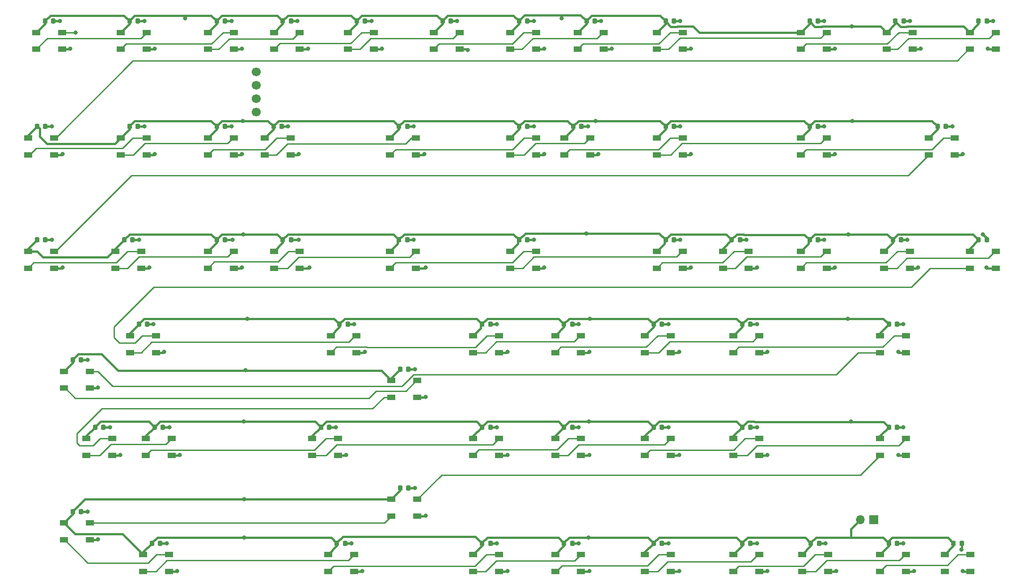
<source format=gtl>
G04 #@! TF.GenerationSoftware,KiCad,Pcbnew,(6.0.6)*
G04 #@! TF.CreationDate,2023-02-02T00:20:53-07:00*
G04 #@! TF.ProjectId,Netflix and Chill LEDs,4e657466-6c69-4782-9061-6e6420436869,1*
G04 #@! TF.SameCoordinates,Original*
G04 #@! TF.FileFunction,Copper,L1,Top*
G04 #@! TF.FilePolarity,Positive*
%FSLAX46Y46*%
G04 Gerber Fmt 4.6, Leading zero omitted, Abs format (unit mm)*
G04 Created by KiCad (PCBNEW (6.0.6)) date 2023-02-02 00:20:53*
%MOMM*%
%LPD*%
G01*
G04 APERTURE LIST*
G04 Aperture macros list*
%AMRoundRect*
0 Rectangle with rounded corners*
0 $1 Rounding radius*
0 $2 $3 $4 $5 $6 $7 $8 $9 X,Y pos of 4 corners*
0 Add a 4 corners polygon primitive as box body*
4,1,4,$2,$3,$4,$5,$6,$7,$8,$9,$2,$3,0*
0 Add four circle primitives for the rounded corners*
1,1,$1+$1,$2,$3*
1,1,$1+$1,$4,$5*
1,1,$1+$1,$6,$7*
1,1,$1+$1,$8,$9*
0 Add four rect primitives between the rounded corners*
20,1,$1+$1,$2,$3,$4,$5,0*
20,1,$1+$1,$4,$5,$6,$7,0*
20,1,$1+$1,$6,$7,$8,$9,0*
20,1,$1+$1,$8,$9,$2,$3,0*%
G04 Aperture macros list end*
G04 #@! TA.AperFunction,SMDPad,CuDef*
%ADD10R,1.500000X1.000000*%
G04 #@! TD*
G04 #@! TA.AperFunction,SMDPad,CuDef*
%ADD11RoundRect,0.225000X0.225000X0.250000X-0.225000X0.250000X-0.225000X-0.250000X0.225000X-0.250000X0*%
G04 #@! TD*
G04 #@! TA.AperFunction,ComponentPad*
%ADD12C,1.700000*%
G04 #@! TD*
G04 #@! TA.AperFunction,ComponentPad*
%ADD13R,1.700000X1.700000*%
G04 #@! TD*
G04 #@! TA.AperFunction,ComponentPad*
%ADD14O,1.700000X1.700000*%
G04 #@! TD*
G04 #@! TA.AperFunction,ViaPad*
%ADD15C,0.800000*%
G04 #@! TD*
G04 #@! TA.AperFunction,Conductor*
%ADD16C,0.250000*%
G04 #@! TD*
G04 #@! TA.AperFunction,Conductor*
%ADD17C,0.400000*%
G04 #@! TD*
G04 APERTURE END LIST*
D10*
X80300000Y-117900000D03*
X80300000Y-121100000D03*
X85200000Y-121100000D03*
X85200000Y-117900000D03*
D11*
X130025000Y-127250000D03*
X128475000Y-127250000D03*
X83525000Y-115750000D03*
X81975000Y-115750000D03*
X231775000Y-58750000D03*
X230225000Y-58750000D03*
D10*
X149300000Y-82400000D03*
X149300000Y-85600000D03*
X154200000Y-85600000D03*
X154200000Y-82400000D03*
X104550000Y-82400000D03*
X104550000Y-85600000D03*
X109450000Y-85600000D03*
X109450000Y-82400000D03*
X64800000Y-133900000D03*
X64800000Y-137100000D03*
X69700000Y-137100000D03*
X69700000Y-133900000D03*
D11*
X106025000Y-58750000D03*
X104475000Y-58750000D03*
D10*
X177050000Y-40900000D03*
X177050000Y-44100000D03*
X181950000Y-44100000D03*
X181950000Y-40900000D03*
D11*
X95275000Y-58750000D03*
X93725000Y-58750000D03*
X83025000Y-137750000D03*
X81475000Y-137750000D03*
D10*
X126800000Y-106900000D03*
X126800000Y-110100000D03*
X131700000Y-110100000D03*
X131700000Y-106900000D03*
X75550000Y-60900000D03*
X75550000Y-64100000D03*
X80450000Y-64100000D03*
X80450000Y-60900000D03*
D11*
X178025000Y-96250000D03*
X176475000Y-96250000D03*
D10*
X149300000Y-40900000D03*
X149300000Y-44100000D03*
X154200000Y-44100000D03*
X154200000Y-40900000D03*
D11*
X178025000Y-115750000D03*
X176475000Y-115750000D03*
D10*
X58050000Y-60900000D03*
X58050000Y-64100000D03*
X62950000Y-64100000D03*
X62950000Y-60900000D03*
X142300000Y-139900000D03*
X142300000Y-143100000D03*
X147200000Y-143100000D03*
X147200000Y-139900000D03*
X102800000Y-60900000D03*
X102800000Y-64100000D03*
X107700000Y-64100000D03*
X107700000Y-60900000D03*
X204300000Y-82400000D03*
X204300000Y-85600000D03*
X209200000Y-85600000D03*
X209200000Y-82400000D03*
D11*
X95275000Y-38750000D03*
X93725000Y-38750000D03*
D10*
X58050000Y-82400000D03*
X58050000Y-85600000D03*
X62950000Y-85600000D03*
X62950000Y-82400000D03*
D11*
X129775000Y-80250000D03*
X128225000Y-80250000D03*
X107775000Y-38750000D03*
X106225000Y-38750000D03*
X152525000Y-58750000D03*
X150975000Y-58750000D03*
X161025000Y-137750000D03*
X159475000Y-137750000D03*
X223775000Y-38750000D03*
X222225000Y-38750000D03*
X223275000Y-80250000D03*
X221725000Y-80250000D03*
D10*
X75550000Y-40900000D03*
X75550000Y-44100000D03*
X80450000Y-44100000D03*
X80450000Y-40900000D03*
X126800000Y-129400000D03*
X126800000Y-132600000D03*
X131700000Y-132600000D03*
X131700000Y-129400000D03*
D11*
X130025000Y-104750000D03*
X128475000Y-104750000D03*
X138025000Y-38750000D03*
X136475000Y-38750000D03*
D10*
X149300000Y-60900000D03*
X149300000Y-64100000D03*
X154200000Y-64100000D03*
X154200000Y-60900000D03*
X111800000Y-117900000D03*
X111800000Y-121100000D03*
X116700000Y-121100000D03*
X116700000Y-117900000D03*
X231550000Y-139900000D03*
X231550000Y-143100000D03*
X236450000Y-143100000D03*
X236450000Y-139900000D03*
X74550000Y-82400000D03*
X74550000Y-85600000D03*
X79450000Y-85600000D03*
X79450000Y-82400000D03*
X219300000Y-117900000D03*
X219300000Y-121100000D03*
X224200000Y-121100000D03*
X224200000Y-117900000D03*
D11*
X180275000Y-58750000D03*
X178725000Y-58750000D03*
D10*
X115300000Y-98400000D03*
X115300000Y-101600000D03*
X120200000Y-101600000D03*
X120200000Y-98400000D03*
X134800000Y-40900000D03*
X134800000Y-44100000D03*
X139700000Y-44100000D03*
X139700000Y-40900000D03*
D11*
X68025000Y-131750000D03*
X66475000Y-131750000D03*
X145525000Y-137750000D03*
X143975000Y-137750000D03*
D10*
X174800000Y-117900000D03*
X174800000Y-121100000D03*
X179700000Y-121100000D03*
X179700000Y-117900000D03*
D11*
X161025000Y-96250000D03*
X159475000Y-96250000D03*
X77775000Y-80250000D03*
X76225000Y-80250000D03*
X207525000Y-58750000D03*
X205975000Y-58750000D03*
D10*
X189550000Y-82400000D03*
X189550000Y-85600000D03*
X194450000Y-85600000D03*
X194450000Y-82400000D03*
D11*
X72275000Y-115750000D03*
X70725000Y-115750000D03*
X207775000Y-137750000D03*
X206225000Y-137750000D03*
D10*
X157800000Y-139900000D03*
X157800000Y-143100000D03*
X162700000Y-143100000D03*
X162700000Y-139900000D03*
D11*
X145525000Y-96250000D03*
X143975000Y-96250000D03*
D10*
X236300000Y-40900000D03*
X236300000Y-44100000D03*
X241200000Y-44100000D03*
X241200000Y-40900000D03*
X114800000Y-139900000D03*
X114800000Y-143100000D03*
X119700000Y-143100000D03*
X119700000Y-139900000D03*
X59550000Y-40900000D03*
X59550000Y-44100000D03*
X64450000Y-44100000D03*
X64450000Y-40900000D03*
D11*
X62775000Y-38750000D03*
X61225000Y-38750000D03*
X118525000Y-96250000D03*
X116975000Y-96250000D03*
X107775000Y-80250000D03*
X106225000Y-80250000D03*
D10*
X142300000Y-117900000D03*
X142300000Y-121100000D03*
X147200000Y-121100000D03*
X147200000Y-117900000D03*
X219300000Y-98400000D03*
X219300000Y-101600000D03*
X224200000Y-101600000D03*
X224200000Y-98400000D03*
X191550000Y-98400000D03*
X191550000Y-101600000D03*
X196450000Y-101600000D03*
X196450000Y-98400000D03*
D11*
X222525000Y-96250000D03*
X220975000Y-96250000D03*
D10*
X69050000Y-117900000D03*
X69050000Y-121100000D03*
X73950000Y-121100000D03*
X73950000Y-117900000D03*
D11*
X68025000Y-103000000D03*
X66475000Y-103000000D03*
D10*
X126550000Y-60900000D03*
X126550000Y-64100000D03*
X131450000Y-64100000D03*
X131450000Y-60900000D03*
X157800000Y-117900000D03*
X157800000Y-121100000D03*
X162700000Y-121100000D03*
X162700000Y-117900000D03*
D11*
X161025000Y-115750000D03*
X159475000Y-115750000D03*
D10*
X92050000Y-40900000D03*
X92050000Y-44100000D03*
X96950000Y-44100000D03*
X96950000Y-40900000D03*
D11*
X207525000Y-80250000D03*
X205975000Y-80250000D03*
X129775000Y-58750000D03*
X128225000Y-58750000D03*
D10*
X77300000Y-98400000D03*
X77300000Y-101600000D03*
X82200000Y-101600000D03*
X82200000Y-98400000D03*
X204300000Y-60900000D03*
X204300000Y-64100000D03*
X209200000Y-64100000D03*
X209200000Y-60900000D03*
D11*
X115025000Y-115750000D03*
X113475000Y-115750000D03*
X152525000Y-80250000D03*
X150975000Y-80250000D03*
D10*
X177050000Y-60900000D03*
X177050000Y-64100000D03*
X181950000Y-64100000D03*
X181950000Y-60900000D03*
D11*
X178025000Y-137750000D03*
X176475000Y-137750000D03*
X78775000Y-38750000D03*
X77225000Y-38750000D03*
D10*
X104550000Y-40900000D03*
X104550000Y-44100000D03*
X109450000Y-44100000D03*
X109450000Y-40900000D03*
D11*
X234775000Y-137750000D03*
X233225000Y-137750000D03*
D10*
X118550000Y-40900000D03*
X118550000Y-44100000D03*
X123450000Y-44100000D03*
X123450000Y-40900000D03*
D11*
X194775000Y-96250000D03*
X193225000Y-96250000D03*
D10*
X92050000Y-60900000D03*
X92050000Y-64100000D03*
X96950000Y-64100000D03*
X96950000Y-60900000D03*
D11*
X207525000Y-38750000D03*
X205975000Y-38750000D03*
X222525000Y-115750000D03*
X220975000Y-115750000D03*
X152525000Y-38750000D03*
X150975000Y-38750000D03*
D10*
X228550000Y-60900000D03*
X228550000Y-64100000D03*
X233450000Y-64100000D03*
X233450000Y-60900000D03*
D11*
X95275000Y-80250000D03*
X93725000Y-80250000D03*
X121775000Y-38750000D03*
X120225000Y-38750000D03*
X118025000Y-137750000D03*
X116475000Y-137750000D03*
X165275000Y-38750000D03*
X163725000Y-38750000D03*
D10*
X126550000Y-82400000D03*
X126550000Y-85600000D03*
X131450000Y-85600000D03*
X131450000Y-82400000D03*
X191550000Y-117900000D03*
X191550000Y-121100000D03*
X196450000Y-121100000D03*
X196450000Y-117900000D03*
D11*
X78775000Y-58750000D03*
X77225000Y-58750000D03*
D10*
X162050000Y-40900000D03*
X162050000Y-44100000D03*
X166950000Y-44100000D03*
X166950000Y-40900000D03*
D11*
X194775000Y-115750000D03*
X193225000Y-115750000D03*
X194775000Y-137750000D03*
X193225000Y-137750000D03*
D10*
X204550000Y-139900000D03*
X204550000Y-143100000D03*
X209450000Y-143100000D03*
X209450000Y-139900000D03*
D11*
X162775000Y-58750000D03*
X161225000Y-58750000D03*
X61275000Y-58750000D03*
X59725000Y-58750000D03*
D10*
X157800000Y-98400000D03*
X157800000Y-101600000D03*
X162700000Y-101600000D03*
X162700000Y-98400000D03*
X219300000Y-139900000D03*
X219300000Y-143100000D03*
X224200000Y-143100000D03*
X224200000Y-139900000D03*
X177050000Y-82400000D03*
X177050000Y-85600000D03*
X181950000Y-85600000D03*
X181950000Y-82400000D03*
X191550000Y-139900000D03*
X191550000Y-143100000D03*
X196450000Y-143100000D03*
X196450000Y-139900000D03*
D11*
X180275000Y-80250000D03*
X178725000Y-80250000D03*
D10*
X220050000Y-82400000D03*
X220050000Y-85600000D03*
X224950000Y-85600000D03*
X224950000Y-82400000D03*
D11*
X61275000Y-80250000D03*
X59725000Y-80250000D03*
D10*
X159550000Y-60900000D03*
X159550000Y-64100000D03*
X164450000Y-64100000D03*
X164450000Y-60900000D03*
X236300000Y-82400000D03*
X236300000Y-85600000D03*
X241200000Y-85600000D03*
X241200000Y-82400000D03*
X142300000Y-98400000D03*
X142300000Y-101600000D03*
X147200000Y-101600000D03*
X147200000Y-98400000D03*
D11*
X80525000Y-96250000D03*
X78975000Y-96250000D03*
X239525000Y-80250000D03*
X237975000Y-80250000D03*
D10*
X64800000Y-105150000D03*
X64800000Y-108350000D03*
X69700000Y-108350000D03*
X69700000Y-105150000D03*
D11*
X222525000Y-137750000D03*
X220975000Y-137750000D03*
D10*
X204300000Y-40900000D03*
X204300000Y-44100000D03*
X209200000Y-44100000D03*
X209200000Y-40900000D03*
X174800000Y-139900000D03*
X174800000Y-143100000D03*
X179700000Y-143100000D03*
X179700000Y-139900000D03*
D11*
X145525000Y-115750000D03*
X143975000Y-115750000D03*
D10*
X79800000Y-139900000D03*
X79800000Y-143100000D03*
X84700000Y-143100000D03*
X84700000Y-139900000D03*
D11*
X192775000Y-80250000D03*
X191225000Y-80250000D03*
X239525000Y-38750000D03*
X237975000Y-38750000D03*
D10*
X220550000Y-40900000D03*
X220550000Y-44100000D03*
X225450000Y-44100000D03*
X225450000Y-40900000D03*
X174800000Y-98400000D03*
X174800000Y-101600000D03*
X179700000Y-101600000D03*
X179700000Y-98400000D03*
D11*
X180275000Y-38750000D03*
X178725000Y-38750000D03*
D10*
X92050000Y-82400000D03*
X92050000Y-85600000D03*
X96950000Y-85600000D03*
X96950000Y-82400000D03*
D12*
X101200000Y-48400000D03*
X101200000Y-50940000D03*
X101200000Y-53480000D03*
X101200000Y-56020000D03*
D13*
X218100000Y-133300000D03*
D14*
X215560000Y-133300000D03*
D15*
X67000000Y-40900000D03*
X181500000Y-58750000D03*
X225750000Y-143000000D03*
X96750000Y-80250000D03*
X211000000Y-143000000D03*
X84750000Y-115750000D03*
X119750000Y-96250000D03*
X155750000Y-64000000D03*
X164250000Y-101500000D03*
X107250000Y-58750000D03*
X238805853Y-79173837D03*
X96500000Y-38750000D03*
X109250000Y-64000000D03*
X208750000Y-38750000D03*
X109000000Y-38750000D03*
X83750000Y-101500000D03*
X210750000Y-44000000D03*
X209000000Y-137750000D03*
X141250000Y-44250000D03*
X226500000Y-85500000D03*
X225000000Y-38750000D03*
X227000000Y-44000000D03*
X69250000Y-131750000D03*
X80000000Y-38750000D03*
X81750000Y-96250000D03*
X81000000Y-85500000D03*
X86250000Y-143000000D03*
X234750000Y-139000000D03*
X196000000Y-96250000D03*
X139250000Y-38750000D03*
X181250000Y-101500000D03*
X181250000Y-121000000D03*
X224500000Y-80250000D03*
X223750000Y-96250000D03*
X146750000Y-96250000D03*
X210750000Y-85500000D03*
X239750000Y-44000000D03*
X111000000Y-44000000D03*
X183500000Y-44000000D03*
X121750000Y-101500000D03*
X146750000Y-137750000D03*
X223750000Y-115750000D03*
X131250000Y-104750000D03*
X233000000Y-58750000D03*
X198000000Y-121000000D03*
X98500000Y-85500000D03*
X96500000Y-58750000D03*
X162250000Y-137750000D03*
X133000000Y-64000000D03*
X62500000Y-80250000D03*
X133250000Y-132500000D03*
X208750000Y-58750000D03*
X179250000Y-115750000D03*
X198000000Y-101500000D03*
X116250000Y-115750000D03*
X210750000Y-64000000D03*
X82000000Y-44000000D03*
X133250000Y-110000000D03*
X71250000Y-137000000D03*
X73500000Y-115750000D03*
X123000000Y-38750000D03*
X131000000Y-58750000D03*
X162250000Y-115750000D03*
X131000000Y-80250000D03*
X181500000Y-38750000D03*
X179250000Y-137750000D03*
X69250000Y-103000000D03*
X164000000Y-58750000D03*
X98500000Y-64000000D03*
X84250000Y-137750000D03*
X194000000Y-80250000D03*
X223750000Y-137750000D03*
X121250000Y-143000000D03*
X164250000Y-121000000D03*
X109250000Y-80250000D03*
X64000000Y-38750000D03*
X179250000Y-96250000D03*
X164250000Y-143000000D03*
X80000000Y-58750000D03*
X181500000Y-80250000D03*
X168500000Y-44000000D03*
X133250000Y-85500000D03*
X71250000Y-108250000D03*
X222750000Y-101500000D03*
X208750000Y-80250000D03*
X98500000Y-44000000D03*
X64500000Y-64000000D03*
X75500000Y-121000000D03*
X235000000Y-143000000D03*
X79000000Y-80250000D03*
X62500000Y-58750000D03*
X235000000Y-64000000D03*
X131250000Y-127250000D03*
X181250000Y-143000000D03*
X148750000Y-143000000D03*
X222750000Y-121000000D03*
X148750000Y-101500000D03*
X153750000Y-58750000D03*
X146750000Y-115750000D03*
X196000000Y-115750000D03*
X111250000Y-85500000D03*
X162250000Y-96250000D03*
X166000000Y-64000000D03*
X183500000Y-85500000D03*
X118250000Y-121000000D03*
X166500000Y-38750000D03*
X148750000Y-121000000D03*
X125000000Y-44000000D03*
X119250000Y-137750000D03*
X66000000Y-44000000D03*
X198000000Y-143000000D03*
X196000000Y-85500000D03*
X239500000Y-85500000D03*
X155750000Y-85500000D03*
X64500000Y-85500000D03*
X153750000Y-38750000D03*
X155750000Y-44000000D03*
X240750000Y-38750000D03*
X153750000Y-80250000D03*
X86750000Y-121000000D03*
X82000000Y-64000000D03*
X183500000Y-64000000D03*
X196000000Y-137750000D03*
X98925000Y-136675000D03*
X164175000Y-114675000D03*
X213325000Y-79175000D03*
X87700000Y-38200000D03*
X159000000Y-38200000D03*
X164075000Y-136675000D03*
X213950000Y-39750000D03*
X213200000Y-95200000D03*
X98775000Y-79175000D03*
X99525000Y-95175000D03*
X98900000Y-129400000D03*
X163700000Y-79000000D03*
X98825000Y-114675000D03*
X214075000Y-57675000D03*
X99200000Y-104900000D03*
X98625000Y-57675000D03*
X164325000Y-95175000D03*
X165475000Y-57675000D03*
X213800000Y-114700000D03*
D16*
X64450000Y-40900000D02*
X67000000Y-40900000D01*
D17*
X121775000Y-38750000D02*
X123000000Y-38750000D01*
X180275000Y-80250000D02*
X181500000Y-80250000D01*
X81900000Y-44100000D02*
X82000000Y-44000000D01*
X130025000Y-104750000D02*
X131250000Y-104750000D01*
X222850000Y-101600000D02*
X222750000Y-101500000D01*
X178025000Y-115750000D02*
X179250000Y-115750000D01*
X98400000Y-44100000D02*
X98500000Y-44000000D01*
X124900000Y-44100000D02*
X125000000Y-44000000D01*
X194450000Y-85600000D02*
X195900000Y-85600000D01*
X79450000Y-85600000D02*
X80900000Y-85600000D01*
X96950000Y-44100000D02*
X98400000Y-44100000D01*
X226900000Y-44100000D02*
X225450000Y-44100000D01*
X98500000Y-64000000D02*
X98400000Y-64100000D01*
X210650000Y-64100000D02*
X210750000Y-64000000D01*
X209200000Y-64100000D02*
X210650000Y-64100000D01*
X119700000Y-143100000D02*
X121150000Y-143100000D01*
X129775000Y-58750000D02*
X131000000Y-58750000D01*
X181950000Y-44100000D02*
X183400000Y-44100000D01*
X133150000Y-132600000D02*
X133250000Y-132500000D01*
X239850000Y-44100000D02*
X239750000Y-44000000D01*
X181950000Y-85600000D02*
X183400000Y-85600000D01*
X239525000Y-38750000D02*
X240750000Y-38750000D01*
X166000000Y-64000000D02*
X165900000Y-64100000D01*
X154200000Y-85600000D02*
X155650000Y-85600000D01*
X130025000Y-127250000D02*
X131250000Y-127250000D01*
X129775000Y-80250000D02*
X131000000Y-80250000D01*
X195900000Y-85600000D02*
X196000000Y-85500000D01*
X152525000Y-58750000D02*
X153750000Y-58750000D01*
X78775000Y-38750000D02*
X80000000Y-38750000D01*
X85200000Y-121100000D02*
X86650000Y-121100000D01*
X148650000Y-101600000D02*
X148750000Y-101500000D01*
X111150000Y-85600000D02*
X111250000Y-85500000D01*
X162250000Y-96250000D02*
X161025000Y-96250000D01*
X222850000Y-121100000D02*
X222750000Y-121000000D01*
X239600000Y-85600000D02*
X239500000Y-85500000D01*
X118525000Y-96250000D02*
X119750000Y-96250000D01*
X77775000Y-80250000D02*
X79000000Y-80250000D01*
X235100000Y-143100000D02*
X235000000Y-143000000D01*
X86150000Y-143100000D02*
X86250000Y-143000000D01*
X227000000Y-44000000D02*
X226900000Y-44100000D01*
X222525000Y-96250000D02*
X223750000Y-96250000D01*
X225650000Y-143100000D02*
X225750000Y-143000000D01*
X224950000Y-85600000D02*
X226400000Y-85600000D01*
X148650000Y-143100000D02*
X148750000Y-143000000D01*
X121150000Y-143100000D02*
X121250000Y-143000000D01*
X86650000Y-121100000D02*
X86750000Y-121000000D01*
X209200000Y-85600000D02*
X210650000Y-85600000D01*
X197900000Y-121100000D02*
X198000000Y-121000000D01*
X226400000Y-85600000D02*
X226500000Y-85500000D01*
X179700000Y-121100000D02*
X181150000Y-121100000D01*
X234775000Y-138975000D02*
X234750000Y-139000000D01*
X223775000Y-38750000D02*
X225000000Y-38750000D01*
X196450000Y-143100000D02*
X197900000Y-143100000D01*
X95275000Y-80250000D02*
X96750000Y-80250000D01*
X181150000Y-143100000D02*
X181250000Y-143000000D01*
X116700000Y-121100000D02*
X118150000Y-121100000D01*
X80900000Y-85600000D02*
X81000000Y-85500000D01*
X145525000Y-137750000D02*
X146750000Y-137750000D01*
X69700000Y-137100000D02*
X71150000Y-137100000D01*
X118150000Y-121100000D02*
X118250000Y-121000000D01*
X109450000Y-44100000D02*
X110900000Y-44100000D01*
X207525000Y-58750000D02*
X208750000Y-58750000D01*
X164150000Y-143100000D02*
X164250000Y-143000000D01*
X241200000Y-85600000D02*
X239600000Y-85600000D01*
X224200000Y-143100000D02*
X225650000Y-143100000D01*
X161025000Y-137750000D02*
X162250000Y-137750000D01*
X61275000Y-58750000D02*
X62500000Y-58750000D01*
X147200000Y-143100000D02*
X148650000Y-143100000D01*
X165275000Y-38750000D02*
X166500000Y-38750000D01*
X194775000Y-96250000D02*
X196000000Y-96250000D01*
X109450000Y-85600000D02*
X111150000Y-85600000D01*
X152525000Y-80250000D02*
X153750000Y-80250000D01*
X133150000Y-85600000D02*
X133250000Y-85500000D01*
X164150000Y-101600000D02*
X164250000Y-101500000D01*
X179700000Y-101600000D02*
X181150000Y-101600000D01*
X233450000Y-64100000D02*
X234900000Y-64100000D01*
X131450000Y-64100000D02*
X132900000Y-64100000D01*
X83525000Y-115750000D02*
X84750000Y-115750000D01*
X83650000Y-101600000D02*
X83750000Y-101500000D01*
X194775000Y-137750000D02*
X196000000Y-137750000D01*
X95275000Y-58750000D02*
X96500000Y-58750000D01*
X141100000Y-44100000D02*
X141250000Y-44250000D01*
X224200000Y-121100000D02*
X222850000Y-121100000D01*
X192775000Y-80250000D02*
X194000000Y-80250000D01*
X73950000Y-121100000D02*
X75400000Y-121100000D01*
X62950000Y-85600000D02*
X64400000Y-85600000D01*
X209200000Y-44100000D02*
X210650000Y-44100000D01*
X223275000Y-80250000D02*
X224500000Y-80250000D01*
X115025000Y-115750000D02*
X116250000Y-115750000D01*
X123450000Y-44100000D02*
X124900000Y-44100000D01*
X224200000Y-101600000D02*
X222850000Y-101600000D01*
X107775000Y-38750000D02*
X109000000Y-38750000D01*
X207525000Y-38750000D02*
X208750000Y-38750000D01*
X107700000Y-64100000D02*
X109150000Y-64100000D01*
X68025000Y-131750000D02*
X69250000Y-131750000D01*
X210650000Y-85600000D02*
X210750000Y-85500000D01*
X64450000Y-44100000D02*
X65900000Y-44100000D01*
X207775000Y-137750000D02*
X209000000Y-137750000D01*
X118025000Y-137750000D02*
X119250000Y-137750000D01*
X145525000Y-96250000D02*
X146750000Y-96250000D01*
X180275000Y-58750000D02*
X181500000Y-58750000D01*
X155650000Y-85600000D02*
X155750000Y-85500000D01*
X133150000Y-110100000D02*
X133250000Y-110000000D01*
X152525000Y-38750000D02*
X153750000Y-38750000D01*
X161025000Y-115750000D02*
X162250000Y-115750000D01*
X197900000Y-143100000D02*
X198000000Y-143000000D01*
X234775000Y-137750000D02*
X234775000Y-138975000D01*
X181150000Y-121100000D02*
X181250000Y-121000000D01*
X164150000Y-121100000D02*
X164250000Y-121000000D01*
X222525000Y-115750000D02*
X223750000Y-115750000D01*
X239525000Y-79892984D02*
X238805853Y-79173837D01*
X98400000Y-64100000D02*
X96950000Y-64100000D01*
X179250000Y-96250000D02*
X178025000Y-96250000D01*
X80450000Y-44100000D02*
X81900000Y-44100000D01*
X75400000Y-121100000D02*
X75500000Y-121000000D01*
X147200000Y-101600000D02*
X148650000Y-101600000D01*
X145525000Y-115750000D02*
X146750000Y-115750000D01*
X183400000Y-64100000D02*
X183500000Y-64000000D01*
X197900000Y-101600000D02*
X198000000Y-101500000D01*
X68025000Y-103000000D02*
X69250000Y-103000000D01*
X162775000Y-58750000D02*
X164000000Y-58750000D01*
X107775000Y-80250000D02*
X109250000Y-80250000D01*
X83025000Y-137750000D02*
X84250000Y-137750000D01*
X69700000Y-108350000D02*
X71150000Y-108350000D01*
X61275000Y-80250000D02*
X62500000Y-80250000D01*
X95275000Y-38750000D02*
X96500000Y-38750000D01*
X121650000Y-101600000D02*
X121750000Y-101500000D01*
X210650000Y-44100000D02*
X210750000Y-44000000D01*
X222525000Y-137750000D02*
X223750000Y-137750000D01*
X131450000Y-85600000D02*
X133150000Y-85600000D01*
X154200000Y-64100000D02*
X155650000Y-64100000D01*
X183400000Y-85600000D02*
X183500000Y-85500000D01*
X236450000Y-143100000D02*
X235100000Y-143100000D01*
X98400000Y-85600000D02*
X98500000Y-85500000D01*
X154200000Y-44100000D02*
X155650000Y-44100000D01*
X196450000Y-121100000D02*
X197900000Y-121100000D01*
X179700000Y-143100000D02*
X181150000Y-143100000D01*
X110900000Y-44100000D02*
X111000000Y-44000000D01*
X132900000Y-64100000D02*
X133000000Y-64000000D01*
X72275000Y-115750000D02*
X73500000Y-115750000D01*
X78775000Y-58750000D02*
X80000000Y-58750000D01*
X168400000Y-44100000D02*
X168500000Y-44000000D01*
X155650000Y-44100000D02*
X155750000Y-44000000D01*
X183400000Y-44100000D02*
X183500000Y-44000000D01*
X65900000Y-44100000D02*
X66000000Y-44000000D01*
X194775000Y-115750000D02*
X196000000Y-115750000D01*
X81900000Y-64100000D02*
X82000000Y-64000000D01*
X231775000Y-58750000D02*
X233000000Y-58750000D01*
X239525000Y-80250000D02*
X239525000Y-79892984D01*
X71150000Y-108350000D02*
X71250000Y-108250000D01*
X207525000Y-80250000D02*
X208750000Y-80250000D01*
X62775000Y-38750000D02*
X64000000Y-38750000D01*
X178025000Y-137750000D02*
X179250000Y-137750000D01*
X196450000Y-101600000D02*
X197900000Y-101600000D01*
X181150000Y-101600000D02*
X181250000Y-101500000D01*
X211000000Y-143000000D02*
X210900000Y-143100000D01*
X210900000Y-143100000D02*
X209450000Y-143100000D01*
X241200000Y-44100000D02*
X239850000Y-44100000D01*
X82200000Y-101600000D02*
X83650000Y-101600000D01*
X64400000Y-64100000D02*
X64500000Y-64000000D01*
X139700000Y-44100000D02*
X141100000Y-44100000D01*
X106025000Y-58750000D02*
X107250000Y-58750000D01*
X96950000Y-85600000D02*
X98400000Y-85600000D01*
X147200000Y-121100000D02*
X148650000Y-121100000D01*
X181950000Y-64100000D02*
X183400000Y-64100000D01*
X162700000Y-121100000D02*
X164150000Y-121100000D01*
X120200000Y-101600000D02*
X121650000Y-101600000D01*
X64400000Y-85600000D02*
X64500000Y-85500000D01*
X62950000Y-64100000D02*
X64400000Y-64100000D01*
X155650000Y-64100000D02*
X155750000Y-64000000D01*
X148650000Y-121100000D02*
X148750000Y-121000000D01*
X109150000Y-64100000D02*
X109250000Y-64000000D01*
X80450000Y-64100000D02*
X81900000Y-64100000D01*
X71150000Y-137100000D02*
X71250000Y-137000000D01*
X131700000Y-132600000D02*
X133150000Y-132600000D01*
X162700000Y-143100000D02*
X164150000Y-143100000D01*
X234900000Y-64100000D02*
X235000000Y-64000000D01*
X166950000Y-44100000D02*
X168400000Y-44100000D01*
X180275000Y-38750000D02*
X181500000Y-38750000D01*
X80525000Y-96250000D02*
X81750000Y-96250000D01*
X165900000Y-64100000D02*
X164450000Y-64100000D01*
X84700000Y-143100000D02*
X86150000Y-143100000D01*
X138025000Y-38750000D02*
X139250000Y-38750000D01*
X162700000Y-101600000D02*
X164150000Y-101600000D01*
X131700000Y-110100000D02*
X133150000Y-110100000D01*
X113475000Y-115658274D02*
X114458274Y-114675000D01*
X189550000Y-81925000D02*
X191225000Y-80250000D01*
X185064214Y-40900000D02*
X204300000Y-40900000D01*
X142900000Y-114675000D02*
X143975000Y-115750000D01*
X106225000Y-38658274D02*
X107208274Y-37675000D01*
X60225000Y-60625000D02*
X61600000Y-62000000D01*
X176475000Y-96158274D02*
X177458274Y-95175000D01*
X208260786Y-39825000D02*
X208335786Y-39750000D01*
X70725000Y-115658274D02*
X71708274Y-114675000D01*
X104475000Y-58750000D02*
X104475000Y-59225000D01*
X69050000Y-117900000D02*
X69050000Y-117425000D01*
X233225000Y-137750000D02*
X232150000Y-136675000D01*
X71708274Y-114675000D02*
X80900000Y-114675000D01*
X58050000Y-60425000D02*
X59725000Y-58750000D01*
X193585786Y-79250000D02*
X193510786Y-79175000D01*
X192150000Y-114675000D02*
X177458274Y-114675000D01*
X127150000Y-57675000D02*
X128225000Y-58750000D01*
X61600000Y-62000000D02*
X74450000Y-62000000D01*
X160458274Y-114675000D02*
X175400000Y-114675000D01*
X93725000Y-38750000D02*
X93725000Y-39225000D01*
X115900000Y-95175000D02*
X116975000Y-96250000D01*
X74450000Y-62000000D02*
X75550000Y-60900000D01*
X179708274Y-39825000D02*
X180841726Y-39825000D01*
X193225000Y-115658274D02*
X193225000Y-115750000D01*
X206958274Y-57675000D02*
X229150000Y-57675000D01*
X157800000Y-117425000D02*
X159475000Y-115750000D01*
X143975000Y-96158274D02*
X144958274Y-95175000D01*
X178725000Y-59225000D02*
X177050000Y-60900000D01*
X205975000Y-39225000D02*
X204300000Y-40900000D01*
X129208274Y-57675000D02*
X149900000Y-57675000D01*
X205975000Y-80250000D02*
X205975000Y-80158274D01*
X159475000Y-96158274D02*
X160458274Y-95175000D01*
X64800000Y-105150000D02*
X66475000Y-103475000D01*
X136475000Y-38750000D02*
X136475000Y-39225000D01*
X194208274Y-136675000D02*
X205150000Y-136675000D01*
X183914214Y-39750000D02*
X185064214Y-40900000D01*
X159475000Y-137750000D02*
X159475000Y-138225000D01*
X219300000Y-117425000D02*
X220975000Y-115750000D01*
X93725000Y-58658274D02*
X94708274Y-57675000D01*
X175400000Y-114675000D02*
X176475000Y-115750000D01*
X75900000Y-136000000D02*
X79800000Y-139900000D01*
X142725000Y-136500000D02*
X143975000Y-137750000D01*
X116475000Y-137750000D02*
X116475000Y-137658274D01*
X221725000Y-80250000D02*
X221725000Y-80158274D01*
X174800000Y-139900000D02*
X174800000Y-139425000D01*
X221725000Y-80158274D02*
X222708274Y-79175000D01*
X163725000Y-38658274D02*
X164708274Y-37675000D01*
X160458274Y-95175000D02*
X175400000Y-95175000D01*
X223208274Y-39825000D02*
X224341726Y-39825000D01*
X230225000Y-59225000D02*
X228550000Y-60900000D01*
X108366726Y-37700000D02*
X119175000Y-37700000D01*
X177650000Y-37675000D02*
X178725000Y-38750000D01*
X162575000Y-37600000D02*
X163725000Y-38750000D01*
X164708274Y-37675000D02*
X177650000Y-37675000D01*
X205740000Y-80485000D02*
X205975000Y-80250000D01*
X180841726Y-39825000D02*
X180916726Y-39750000D01*
X77225000Y-38750000D02*
X77225000Y-39225000D01*
X206225000Y-137750000D02*
X206225000Y-138225000D01*
X135400000Y-37675000D02*
X136475000Y-38750000D01*
X78208274Y-57675000D02*
X92650000Y-57675000D01*
X205975000Y-58750000D02*
X205975000Y-58658274D01*
X222225000Y-38750000D02*
X222225000Y-39225000D01*
X66475000Y-131750000D02*
X66475000Y-132225000D01*
X77225000Y-58750000D02*
X77225000Y-58658274D01*
X219300000Y-117900000D02*
X219300000Y-117425000D01*
X120225000Y-38750000D02*
X120225000Y-38658274D01*
X178725000Y-58750000D02*
X178725000Y-59225000D01*
X159475000Y-138225000D02*
X157800000Y-139900000D01*
X70725000Y-115750000D02*
X70725000Y-115658274D01*
X80900000Y-114675000D02*
X81975000Y-115750000D01*
X194208274Y-95175000D02*
X213175000Y-95175000D01*
X236300000Y-82400000D02*
X236300000Y-81925000D01*
X77208274Y-79175000D02*
X92650000Y-79175000D01*
X193510786Y-79175000D02*
X192208274Y-79175000D01*
X150975000Y-38750000D02*
X150975000Y-39225000D01*
X193225000Y-137658274D02*
X194208274Y-136675000D01*
X206225000Y-138225000D02*
X204550000Y-139900000D01*
X149900000Y-57675000D02*
X150975000Y-58750000D01*
X94708274Y-79175000D02*
X98775000Y-79175000D01*
X178725000Y-38750000D02*
X178725000Y-39225000D01*
X208335786Y-39750000D02*
X219400000Y-39750000D01*
X176475000Y-137658274D02*
X177458274Y-136675000D01*
X104475000Y-58658274D02*
X105458274Y-57675000D01*
X92650000Y-79175000D02*
X93725000Y-80250000D01*
X94708274Y-37675000D02*
X95841726Y-37675000D01*
X106225000Y-80250000D02*
X105150000Y-79175000D01*
X206958274Y-39825000D02*
X208260786Y-39825000D01*
X78975000Y-96158274D02*
X79958274Y-95175000D01*
X136475000Y-38658274D02*
X137458274Y-37675000D01*
X87775000Y-38125000D02*
X87700000Y-38200000D01*
X237975000Y-39225000D02*
X236300000Y-40900000D01*
X77225000Y-39225000D02*
X75550000Y-40900000D01*
X149300000Y-82400000D02*
X150720000Y-80980000D01*
X143730000Y-96970000D02*
X143730000Y-96495000D01*
X116975000Y-96250000D02*
X116975000Y-96158274D01*
X205975000Y-59225000D02*
X204300000Y-60900000D01*
X93725000Y-38750000D02*
X93725000Y-38658274D01*
X80300000Y-117900000D02*
X80300000Y-117425000D01*
X205975000Y-38841726D02*
X206958274Y-39825000D01*
X150975000Y-39225000D02*
X149300000Y-40900000D01*
X92650000Y-37675000D02*
X93725000Y-38750000D01*
X176475000Y-115658274D02*
X176475000Y-115750000D01*
X106225000Y-38750000D02*
X106225000Y-38658274D01*
X128225000Y-80158274D02*
X129208274Y-79175000D01*
X115300000Y-98400000D02*
X115300000Y-98390000D01*
X81475000Y-137750000D02*
X81475000Y-137658274D01*
X61225000Y-38750000D02*
X61225000Y-38658274D01*
X233225000Y-137750000D02*
X233225000Y-138225000D01*
X58050000Y-82400000D02*
X58050000Y-81925000D01*
X159475000Y-137750000D02*
X159475000Y-137658274D01*
X206958274Y-79175000D02*
X220650000Y-79175000D01*
X191550000Y-117900000D02*
X191550000Y-117425000D01*
X95841726Y-37675000D02*
X95866726Y-37700000D01*
X180916726Y-39750000D02*
X183914214Y-39750000D01*
X75000000Y-105000000D02*
X124900000Y-105000000D01*
X103400000Y-57675000D02*
X98625000Y-57675000D01*
X82458274Y-136675000D02*
X115400000Y-136675000D01*
X177458274Y-95175000D02*
X192150000Y-95175000D01*
X204300000Y-82400000D02*
X205740000Y-80960000D01*
X222225000Y-39225000D02*
X220550000Y-40900000D01*
X192208274Y-79175000D02*
X191225000Y-80158274D01*
X175400000Y-95175000D02*
X176475000Y-96250000D01*
X120225000Y-38658274D02*
X121208274Y-37675000D01*
X143730000Y-96495000D02*
X143975000Y-96250000D01*
X79800000Y-139425000D02*
X81475000Y-137750000D01*
X236900000Y-79175000D02*
X237975000Y-80250000D01*
X150975000Y-38658274D02*
X152033274Y-37600000D01*
X237975000Y-38750000D02*
X237975000Y-39225000D01*
X77300000Y-97925000D02*
X78975000Y-96250000D01*
X159475000Y-137658274D02*
X160458274Y-136675000D01*
X143975000Y-137658274D02*
X144958274Y-136675000D01*
X61225000Y-38750000D02*
X61225000Y-39225000D01*
X178725000Y-58658274D02*
X179708274Y-57675000D01*
X205975000Y-38750000D02*
X205975000Y-38841726D01*
X178725000Y-80158274D02*
X179708274Y-79175000D01*
X220975000Y-137275000D02*
X220975000Y-137750000D01*
X150975000Y-80158274D02*
X152133274Y-79000000D01*
X206225000Y-137658274D02*
X207208274Y-136675000D01*
X105175000Y-37700000D02*
X106225000Y-38750000D01*
X113475000Y-115750000D02*
X113475000Y-115658274D01*
X120225000Y-39225000D02*
X118550000Y-40900000D01*
X116475000Y-137750000D02*
X116475000Y-138225000D01*
X87775000Y-37675000D02*
X87775000Y-38125000D01*
X150975000Y-58750000D02*
X150975000Y-59225000D01*
X105458274Y-57675000D02*
X127150000Y-57675000D01*
X81475000Y-137658274D02*
X82458274Y-136675000D01*
X106225000Y-80250000D02*
X106225000Y-80158274D01*
X150975000Y-80250000D02*
X150975000Y-80158274D01*
X157800000Y-117900000D02*
X157800000Y-117425000D01*
X92050000Y-82400000D02*
X93725000Y-80725000D01*
X142300000Y-117900000D02*
X142300000Y-117425000D01*
X114458274Y-114675000D02*
X142900000Y-114675000D01*
X192150000Y-136675000D02*
X193225000Y-137750000D01*
X191225000Y-80158274D02*
X191225000Y-80250000D01*
X137458274Y-37675000D02*
X149900000Y-37675000D01*
X58050000Y-60900000D02*
X58050000Y-60425000D01*
X78975000Y-96250000D02*
X78975000Y-96158274D01*
X116475000Y-137658274D02*
X117633274Y-136500000D01*
X158400000Y-114675000D02*
X159475000Y-115750000D01*
X213775000Y-135085000D02*
X215560000Y-133300000D01*
X219300000Y-97925000D02*
X220975000Y-96250000D01*
X82958274Y-114675000D02*
X98825000Y-114675000D01*
X221575000Y-136675000D02*
X220975000Y-137275000D01*
X160458274Y-136675000D02*
X175400000Y-136675000D01*
X74550000Y-82400000D02*
X74550000Y-81925000D01*
X93725000Y-80725000D02*
X93725000Y-80250000D01*
X149900000Y-37675000D02*
X150975000Y-38750000D01*
X160150000Y-57675000D02*
X161225000Y-58750000D01*
X193225000Y-96158274D02*
X194208274Y-95175000D01*
X142300000Y-117425000D02*
X143975000Y-115750000D01*
X119175000Y-37700000D02*
X120225000Y-38750000D01*
X128225000Y-58750000D02*
X128225000Y-58658274D01*
X74550000Y-81925000D02*
X76225000Y-80250000D01*
X93725000Y-58750000D02*
X93725000Y-58658274D01*
X60800000Y-83500000D02*
X59700000Y-82400000D01*
X190150000Y-79175000D02*
X191225000Y-80250000D01*
X128225000Y-58658274D02*
X129208274Y-57675000D01*
X66475000Y-131658274D02*
X68733274Y-129400000D01*
X59700000Y-82400000D02*
X58050000Y-82400000D01*
X163725000Y-38750000D02*
X163725000Y-39225000D01*
X213775000Y-136675000D02*
X219900000Y-136675000D01*
X174800000Y-139425000D02*
X176475000Y-137750000D01*
X59725000Y-58750000D02*
X59725000Y-58658274D01*
X207208274Y-136675000D02*
X213775000Y-136675000D01*
X221725000Y-80725000D02*
X221725000Y-80250000D01*
X111800000Y-117425000D02*
X113475000Y-115750000D01*
X129208274Y-79175000D02*
X149900000Y-79175000D01*
X175400000Y-136675000D02*
X176475000Y-137750000D01*
X159000000Y-37600000D02*
X159000000Y-38200000D01*
X143975000Y-96250000D02*
X143975000Y-96158274D01*
X93725000Y-58750000D02*
X93725000Y-59225000D01*
X205975000Y-58658274D02*
X206958274Y-57675000D01*
X161225000Y-58750000D02*
X161225000Y-59225000D01*
X219900000Y-95175000D02*
X220975000Y-96250000D01*
X193225000Y-137750000D02*
X193225000Y-138225000D01*
X121208274Y-37675000D02*
X135400000Y-37675000D01*
X80300000Y-117425000D02*
X81975000Y-115750000D01*
X159000000Y-37600000D02*
X162575000Y-37600000D01*
X195585786Y-114750000D02*
X195510786Y-114675000D01*
X220975000Y-138225000D02*
X219300000Y-139900000D01*
X64800000Y-133900000D02*
X66900000Y-136000000D01*
X176475000Y-96250000D02*
X176475000Y-96158274D01*
X117633274Y-136500000D02*
X142725000Y-136500000D01*
X128225000Y-58750000D02*
X128225000Y-59225000D01*
X220050000Y-82400000D02*
X221725000Y-80725000D01*
X206225000Y-137750000D02*
X206225000Y-137658274D01*
X178725000Y-39225000D02*
X177050000Y-40900000D01*
X174800000Y-98400000D02*
X176475000Y-96725000D01*
X195510786Y-114675000D02*
X194208274Y-114675000D01*
X143975000Y-137750000D02*
X143975000Y-137658274D01*
X105150000Y-79175000D02*
X98775000Y-79175000D01*
X81975000Y-115658274D02*
X82958274Y-114675000D01*
X66475000Y-131750000D02*
X66475000Y-131658274D01*
X222708274Y-79175000D02*
X236900000Y-79175000D01*
X77225000Y-38750000D02*
X77225000Y-38658274D01*
X178470000Y-80980000D02*
X178470000Y-80505000D01*
X178470000Y-80505000D02*
X178725000Y-80250000D01*
X219900000Y-136675000D02*
X220975000Y-137750000D01*
X205975000Y-80250000D02*
X204975000Y-79250000D01*
X115300000Y-98390000D02*
X116975000Y-96715000D01*
X151958274Y-57675000D02*
X160150000Y-57675000D01*
X104550000Y-82400000D02*
X106225000Y-80725000D01*
X159475000Y-96725000D02*
X159475000Y-96250000D01*
X93725000Y-80158274D02*
X94708274Y-79175000D01*
X128475000Y-127250000D02*
X128475000Y-127725000D01*
X193225000Y-96725000D02*
X193225000Y-96250000D01*
X193225000Y-137750000D02*
X193225000Y-137658274D01*
X126800000Y-106425000D02*
X128475000Y-104750000D01*
X229150000Y-57675000D02*
X230225000Y-58750000D01*
X79958274Y-95175000D02*
X115900000Y-95175000D01*
X224416726Y-39750000D02*
X235150000Y-39750000D01*
X66475000Y-103475000D02*
X66475000Y-103000000D01*
X193225000Y-138225000D02*
X191550000Y-139900000D01*
X143975000Y-137750000D02*
X143975000Y-138225000D01*
X104475000Y-59225000D02*
X102800000Y-60900000D01*
X178725000Y-38750000D02*
X178725000Y-38841726D01*
X177050000Y-82400000D02*
X178470000Y-80980000D01*
X124900000Y-105000000D02*
X126800000Y-106900000D01*
X205975000Y-58750000D02*
X205975000Y-59225000D01*
X159475000Y-96250000D02*
X159475000Y-96158274D01*
X150720000Y-80980000D02*
X150720000Y-80505000D01*
X104475000Y-58750000D02*
X104475000Y-58658274D01*
X150975000Y-58658274D02*
X151958274Y-57675000D01*
X213800000Y-114700000D02*
X213750000Y-114750000D01*
X79800000Y-139900000D02*
X79800000Y-139425000D01*
X77225000Y-58658274D02*
X78208274Y-57675000D01*
X193225000Y-96250000D02*
X193225000Y-96158274D01*
X236300000Y-81925000D02*
X237975000Y-80250000D01*
X93725000Y-59225000D02*
X92050000Y-60900000D01*
X235150000Y-39750000D02*
X236300000Y-40900000D01*
X61225000Y-39225000D02*
X59550000Y-40900000D01*
X77225000Y-58750000D02*
X77225000Y-59225000D01*
X71925000Y-101925000D02*
X75000000Y-105000000D01*
X111800000Y-117900000D02*
X111800000Y-117425000D01*
X194208274Y-114675000D02*
X193225000Y-115658274D01*
X127980000Y-80970000D02*
X127980000Y-80495000D01*
X115400000Y-136675000D02*
X116475000Y-137750000D01*
X76150000Y-37675000D02*
X77225000Y-38750000D01*
X106225000Y-80158274D02*
X107208274Y-79175000D01*
X150975000Y-38750000D02*
X150975000Y-38658274D01*
X128225000Y-59225000D02*
X126550000Y-60900000D01*
X220975000Y-115750000D02*
X219975000Y-114750000D01*
X159475000Y-115750000D02*
X159475000Y-115658274D01*
X66900000Y-136000000D02*
X75900000Y-136000000D01*
X163725000Y-38750000D02*
X163725000Y-38658274D01*
X62208274Y-37675000D02*
X76150000Y-37675000D01*
X174800000Y-117900000D02*
X174800000Y-117425000D01*
X116975000Y-96715000D02*
X116975000Y-96250000D01*
X176475000Y-96725000D02*
X176475000Y-96250000D01*
X144958274Y-136675000D02*
X158400000Y-136675000D01*
X68733274Y-129400000D02*
X126800000Y-129400000D01*
X150720000Y-80505000D02*
X150975000Y-80250000D01*
X106225000Y-39225000D02*
X104550000Y-40900000D01*
X87775000Y-37675000D02*
X92650000Y-37675000D01*
X219975000Y-114750000D02*
X213750000Y-114750000D01*
X93725000Y-80250000D02*
X93725000Y-80158274D01*
X205975000Y-38750000D02*
X205975000Y-39225000D01*
X120225000Y-38750000D02*
X120225000Y-39225000D01*
X104475000Y-58750000D02*
X103400000Y-57675000D01*
X98825000Y-114675000D02*
X112400000Y-114675000D01*
X233225000Y-138225000D02*
X231550000Y-139900000D01*
X58050000Y-81925000D02*
X59725000Y-80250000D01*
X81975000Y-115750000D02*
X81975000Y-115658274D01*
X230225000Y-58750000D02*
X230225000Y-59225000D01*
X205975000Y-80158274D02*
X206958274Y-79175000D01*
X69050000Y-117425000D02*
X70725000Y-115750000D01*
X93725000Y-39225000D02*
X92050000Y-40900000D01*
X143975000Y-138225000D02*
X142300000Y-139900000D01*
X178725000Y-80250000D02*
X178725000Y-80158274D01*
X66475000Y-102908274D02*
X67458274Y-101925000D01*
X189550000Y-82400000D02*
X189550000Y-81925000D01*
X142900000Y-95175000D02*
X143975000Y-96250000D01*
X179708274Y-79175000D02*
X190150000Y-79175000D01*
X213200000Y-95200000D02*
X213175000Y-95175000D01*
X150975000Y-59225000D02*
X149300000Y-60900000D01*
X108341726Y-37675000D02*
X108366726Y-37700000D01*
X60225000Y-59158274D02*
X60225000Y-60625000D01*
X66475000Y-132225000D02*
X64800000Y-133900000D01*
X232150000Y-136675000D02*
X221575000Y-136675000D01*
X67458274Y-101925000D02*
X71925000Y-101925000D01*
X143975000Y-115750000D02*
X143975000Y-115658274D01*
X220650000Y-79175000D02*
X221725000Y-80250000D01*
X116475000Y-138225000D02*
X114800000Y-139900000D01*
X213750000Y-114750000D02*
X195585786Y-114750000D01*
X162208274Y-57675000D02*
X177650000Y-57675000D01*
X205740000Y-80960000D02*
X205740000Y-80485000D01*
X177475000Y-79000000D02*
X178725000Y-80250000D01*
X176475000Y-137750000D02*
X176475000Y-137658274D01*
X219300000Y-98400000D02*
X219300000Y-97925000D01*
X204975000Y-79250000D02*
X193585786Y-79250000D01*
X158400000Y-95175000D02*
X159475000Y-96250000D01*
X77225000Y-59225000D02*
X75550000Y-60900000D01*
X127150000Y-79175000D02*
X128225000Y-80250000D01*
X192150000Y-95175000D02*
X193225000Y-96250000D01*
X149900000Y-79175000D02*
X150975000Y-80250000D01*
X126800000Y-106900000D02*
X126800000Y-106425000D01*
X179708274Y-57675000D02*
X204900000Y-57675000D01*
X161225000Y-59225000D02*
X159550000Y-60900000D01*
X159475000Y-115658274D02*
X160458274Y-114675000D01*
X157800000Y-98400000D02*
X159475000Y-96725000D01*
X128475000Y-127725000D02*
X126800000Y-129400000D01*
X205150000Y-136675000D02*
X206225000Y-137750000D01*
X152133274Y-79000000D02*
X177475000Y-79000000D01*
X76225000Y-80250000D02*
X76225000Y-80158274D01*
X127980000Y-80495000D02*
X128225000Y-80250000D01*
X106225000Y-80725000D02*
X106225000Y-80250000D01*
X224341726Y-39825000D02*
X224416726Y-39750000D01*
X178725000Y-38841726D02*
X179708274Y-39825000D01*
X191550000Y-98400000D02*
X193225000Y-96725000D01*
X61225000Y-38658274D02*
X62208274Y-37675000D01*
X143975000Y-115658274D02*
X144958274Y-114675000D01*
X144958274Y-95175000D02*
X158400000Y-95175000D01*
X158400000Y-136675000D02*
X159475000Y-137750000D01*
X77225000Y-38658274D02*
X78208274Y-37675000D01*
X78208274Y-37675000D02*
X87775000Y-37675000D01*
X72975000Y-83500000D02*
X60800000Y-83500000D01*
X163725000Y-39225000D02*
X162050000Y-40900000D01*
X95866726Y-37700000D02*
X105175000Y-37700000D01*
X128225000Y-80250000D02*
X128225000Y-80158274D01*
X66475000Y-103000000D02*
X66475000Y-102908274D01*
X177650000Y-57675000D02*
X178725000Y-58750000D01*
X178725000Y-58750000D02*
X178725000Y-58658274D01*
X219400000Y-39750000D02*
X220550000Y-40900000D01*
X107208274Y-79175000D02*
X127150000Y-79175000D01*
X152033274Y-37600000D02*
X159000000Y-37600000D01*
X161225000Y-58658274D02*
X162208274Y-57675000D01*
X136475000Y-39225000D02*
X134800000Y-40900000D01*
X116975000Y-96158274D02*
X117958274Y-95175000D01*
X191550000Y-117425000D02*
X193225000Y-115750000D01*
X77300000Y-98400000D02*
X77300000Y-97925000D01*
X136475000Y-38750000D02*
X136475000Y-38658274D01*
X93725000Y-38658274D02*
X94708274Y-37675000D01*
X222225000Y-38750000D02*
X222225000Y-38841726D01*
X222225000Y-38841726D02*
X223208274Y-39825000D01*
X150975000Y-58750000D02*
X150975000Y-58658274D01*
X76225000Y-80158274D02*
X77208274Y-79175000D01*
X177458274Y-114675000D02*
X176475000Y-115658274D01*
X174800000Y-117425000D02*
X176475000Y-115750000D01*
X213775000Y-136675000D02*
X213775000Y-135085000D01*
X92650000Y-57675000D02*
X93725000Y-58750000D01*
X220975000Y-137750000D02*
X220975000Y-138225000D01*
X106225000Y-38750000D02*
X106225000Y-39225000D01*
X204900000Y-57675000D02*
X205975000Y-58750000D01*
X107208274Y-37675000D02*
X108341726Y-37675000D01*
X117958274Y-95175000D02*
X142900000Y-95175000D01*
X142300000Y-98400000D02*
X143730000Y-96970000D01*
X161225000Y-58750000D02*
X161225000Y-58658274D01*
X177458274Y-136675000D02*
X192150000Y-136675000D01*
X76225000Y-80250000D02*
X72975000Y-83500000D01*
X126550000Y-82400000D02*
X127980000Y-80970000D01*
X193225000Y-115750000D02*
X192150000Y-114675000D01*
X144958274Y-114675000D02*
X158400000Y-114675000D01*
X112400000Y-114675000D02*
X113475000Y-115750000D01*
X94708274Y-57675000D02*
X98625000Y-57675000D01*
X59725000Y-58658274D02*
X60225000Y-59158274D01*
X213175000Y-95175000D02*
X219900000Y-95175000D01*
D16*
X79350000Y-42000000D02*
X80450000Y-40900000D01*
X61650000Y-42000000D02*
X79350000Y-42000000D01*
X59550000Y-44100000D02*
X61650000Y-42000000D01*
X94900000Y-40900000D02*
X96950000Y-40900000D01*
X75550000Y-44100000D02*
X76575000Y-43075000D01*
X92725000Y-43075000D02*
X94900000Y-40900000D01*
X76575000Y-43075000D02*
X92725000Y-43075000D01*
X96100000Y-42100000D02*
X94100000Y-44100000D01*
X108130000Y-42100000D02*
X96100000Y-42100000D01*
X109450000Y-40900000D02*
X109330000Y-40900000D01*
X94100000Y-44100000D02*
X92050000Y-44100000D01*
X109330000Y-40900000D02*
X108130000Y-42100000D01*
X121200000Y-40900000D02*
X119100000Y-43000000D01*
X119100000Y-43000000D02*
X105650000Y-43000000D01*
X105650000Y-43000000D02*
X104550000Y-44100000D01*
X123450000Y-40900000D02*
X121200000Y-40900000D01*
X139700000Y-40900000D02*
X139550000Y-40900000D01*
X120800000Y-44100000D02*
X118550000Y-44100000D01*
X139550000Y-40900000D02*
X138450000Y-42000000D01*
X138450000Y-42000000D02*
X122900000Y-42000000D01*
X122900000Y-42000000D02*
X120800000Y-44100000D01*
X149638604Y-43075000D02*
X135825000Y-43075000D01*
X135825000Y-43075000D02*
X134800000Y-44100000D01*
X151863604Y-40900000D02*
X149663604Y-43100000D01*
X154200000Y-40900000D02*
X151863604Y-40900000D01*
X149663604Y-43100000D02*
X149638604Y-43075000D01*
X153600000Y-42000000D02*
X151500000Y-44100000D01*
X151500000Y-44100000D02*
X149300000Y-44100000D01*
X166950000Y-40900000D02*
X166820000Y-40900000D01*
X165720000Y-42000000D02*
X153600000Y-42000000D01*
X166820000Y-40900000D02*
X165720000Y-42000000D01*
X177425000Y-43075000D02*
X163075000Y-43075000D01*
X179600000Y-40900000D02*
X177425000Y-43075000D01*
X163075000Y-43075000D02*
X162050000Y-44100000D01*
X181950000Y-40900000D02*
X179600000Y-40900000D01*
X208085000Y-41925000D02*
X181475000Y-41925000D01*
X181475000Y-41925000D02*
X179300000Y-44100000D01*
X179300000Y-44100000D02*
X177050000Y-44100000D01*
X209200000Y-40900000D02*
X209110000Y-40900000D01*
X209110000Y-40900000D02*
X208085000Y-41925000D01*
X220675000Y-43075000D02*
X205325000Y-43075000D01*
X222850000Y-40900000D02*
X220675000Y-43075000D01*
X205325000Y-43075000D02*
X204300000Y-44100000D01*
X225450000Y-40900000D02*
X222850000Y-40900000D01*
X63230000Y-60900000D02*
X77870000Y-46260000D01*
X236100000Y-44100000D02*
X236300000Y-44100000D01*
X62950000Y-60900000D02*
X63230000Y-60900000D01*
X233940000Y-46260000D02*
X236100000Y-44100000D01*
X77870000Y-46260000D02*
X233940000Y-46260000D01*
X222600000Y-44100000D02*
X224700000Y-42000000D01*
X220550000Y-44100000D02*
X222600000Y-44100000D01*
X241050000Y-40900000D02*
X241200000Y-40900000D01*
X239950000Y-42000000D02*
X241050000Y-40900000D01*
X224700000Y-42000000D02*
X239950000Y-42000000D01*
X58050000Y-64100000D02*
X58300000Y-64100000D01*
X58300000Y-64100000D02*
X59500000Y-62900000D01*
X59500000Y-62900000D02*
X75850000Y-62900000D01*
X75850000Y-62900000D02*
X77850000Y-60900000D01*
X77850000Y-60900000D02*
X80450000Y-60900000D01*
X96820000Y-60900000D02*
X96950000Y-60900000D01*
X75550000Y-64100000D02*
X77900000Y-64100000D01*
X80075000Y-61925000D02*
X95795000Y-61925000D01*
X77900000Y-64100000D02*
X80075000Y-61925000D01*
X95795000Y-61925000D02*
X96820000Y-60900000D01*
X95650000Y-63100000D02*
X95675000Y-63075000D01*
X98883148Y-63075000D02*
X98908148Y-63100000D01*
X93050000Y-63100000D02*
X95650000Y-63100000D01*
X98908148Y-63100000D02*
X102900000Y-63100000D01*
X102900000Y-63100000D02*
X105100000Y-60900000D01*
X95675000Y-63075000D02*
X98883148Y-63075000D01*
X92050000Y-64100000D02*
X93050000Y-63100000D01*
X105100000Y-60900000D02*
X107700000Y-60900000D01*
X105000000Y-64100000D02*
X107100000Y-62000000D01*
X102800000Y-64100000D02*
X105000000Y-64100000D01*
X107100000Y-62000000D02*
X129500000Y-62000000D01*
X129500000Y-62000000D02*
X130600000Y-60900000D01*
X130600000Y-60900000D02*
X131450000Y-60900000D01*
X127575000Y-63075000D02*
X149725000Y-63075000D01*
X149725000Y-63075000D02*
X151900000Y-60900000D01*
X126550000Y-64100000D02*
X127575000Y-63075000D01*
X151900000Y-60900000D02*
X154200000Y-60900000D01*
X149300000Y-64100000D02*
X151900000Y-64100000D01*
X164330000Y-60900000D02*
X164450000Y-60900000D01*
X163305000Y-61925000D02*
X164330000Y-60900000D01*
X154075000Y-61925000D02*
X163305000Y-61925000D01*
X151900000Y-64100000D02*
X154075000Y-61925000D01*
X159550000Y-64100000D02*
X160575000Y-63075000D01*
X179600000Y-60900000D02*
X181950000Y-60900000D01*
X177425000Y-63075000D02*
X179600000Y-60900000D01*
X160575000Y-63075000D02*
X177425000Y-63075000D01*
X177050000Y-64100000D02*
X179650000Y-64100000D01*
X209050000Y-60900000D02*
X209200000Y-60900000D01*
X179650000Y-64100000D02*
X181825000Y-61925000D01*
X208025000Y-61925000D02*
X209050000Y-60900000D01*
X181825000Y-61925000D02*
X208025000Y-61925000D01*
X205325000Y-63075000D02*
X229150000Y-63075000D01*
X231325000Y-60900000D02*
X233450000Y-60900000D01*
X204300000Y-64100000D02*
X205325000Y-63075000D01*
X229150000Y-63075000D02*
X231325000Y-60900000D01*
X77540000Y-68000000D02*
X63140000Y-82400000D01*
X228550000Y-64100000D02*
X224650000Y-68000000D01*
X224650000Y-68000000D02*
X77540000Y-68000000D01*
X63140000Y-82400000D02*
X62950000Y-82400000D01*
X74675000Y-84575000D02*
X59075000Y-84575000D01*
X76850000Y-82400000D02*
X74675000Y-84575000D01*
X59075000Y-84575000D02*
X58050000Y-85600000D01*
X79450000Y-82400000D02*
X76850000Y-82400000D01*
X76800000Y-85600000D02*
X74550000Y-85600000D01*
X96800000Y-82400000D02*
X95775000Y-83425000D01*
X78975000Y-83425000D02*
X76800000Y-85600000D01*
X96950000Y-82400000D02*
X96800000Y-82400000D01*
X95775000Y-83425000D02*
X78975000Y-83425000D01*
X92050000Y-85600000D02*
X93250000Y-84400000D01*
X107310000Y-82400000D02*
X109450000Y-82400000D01*
X93250000Y-84400000D02*
X105310000Y-84400000D01*
X105310000Y-84400000D02*
X107310000Y-82400000D01*
X104550000Y-85600000D02*
X107100000Y-85600000D01*
X107100000Y-85600000D02*
X109200000Y-83500000D01*
X131340000Y-82400000D02*
X131450000Y-82400000D01*
X109200000Y-83500000D02*
X130240000Y-83500000D01*
X130240000Y-83500000D02*
X131340000Y-82400000D01*
X149700000Y-84500000D02*
X151800000Y-82400000D01*
X126550000Y-85600000D02*
X127650000Y-84500000D01*
X127650000Y-84500000D02*
X149700000Y-84500000D01*
X151800000Y-82400000D02*
X154200000Y-82400000D01*
X153811396Y-83425000D02*
X180775000Y-83425000D01*
X181800000Y-82400000D02*
X181950000Y-82400000D01*
X149300000Y-85600000D02*
X151636396Y-85600000D01*
X180775000Y-83425000D02*
X181800000Y-82400000D01*
X151636396Y-85600000D02*
X153811396Y-83425000D01*
X191700000Y-82400000D02*
X194450000Y-82400000D01*
X178075000Y-84575000D02*
X189525000Y-84575000D01*
X177050000Y-85600000D02*
X178075000Y-84575000D01*
X189525000Y-84575000D02*
X191700000Y-82400000D01*
X191886396Y-85600000D02*
X194061396Y-83425000D01*
X209060000Y-82400000D02*
X209200000Y-82400000D01*
X189550000Y-85600000D02*
X191886396Y-85600000D01*
X194061396Y-83425000D02*
X208035000Y-83425000D01*
X208035000Y-83425000D02*
X209060000Y-82400000D01*
X224400000Y-83700000D02*
X239780000Y-83700000D01*
X220050000Y-85600000D02*
X222500000Y-85600000D01*
X241080000Y-82400000D02*
X241200000Y-82400000D01*
X239780000Y-83700000D02*
X241080000Y-82400000D01*
X222500000Y-85600000D02*
X224400000Y-83700000D01*
X205325000Y-84575000D02*
X220438604Y-84575000D01*
X222613604Y-82400000D02*
X224950000Y-82400000D01*
X204300000Y-85600000D02*
X205325000Y-84575000D01*
X220438604Y-84575000D02*
X222613604Y-82400000D01*
X74250000Y-98750000D02*
X75250000Y-99750000D01*
X228800000Y-85600000D02*
X225200000Y-89200000D01*
X225200000Y-89200000D02*
X81800000Y-89200000D01*
X81800000Y-89200000D02*
X74250000Y-96750000D01*
X79600000Y-98400000D02*
X82200000Y-98400000D01*
X75250000Y-99750000D02*
X78250000Y-99750000D01*
X74250000Y-96750000D02*
X74250000Y-98750000D01*
X236300000Y-85600000D02*
X228800000Y-85600000D01*
X78250000Y-99750000D02*
X79600000Y-98400000D01*
X118730000Y-99600000D02*
X119930000Y-98400000D01*
X77300000Y-101600000D02*
X79400000Y-101600000D01*
X81400000Y-99600000D02*
X118730000Y-99600000D01*
X79400000Y-101600000D02*
X81400000Y-99600000D01*
X119930000Y-98400000D02*
X120200000Y-98400000D01*
X122158148Y-100600000D02*
X142663604Y-100600000D01*
X115300000Y-101600000D02*
X116325000Y-100575000D01*
X116325000Y-100575000D02*
X122133148Y-100575000D01*
X142663604Y-100600000D02*
X144863604Y-98400000D01*
X122133148Y-100575000D02*
X122158148Y-100600000D01*
X144863604Y-98400000D02*
X147200000Y-98400000D01*
X142300000Y-101600000D02*
X144600000Y-101600000D01*
X144600000Y-101600000D02*
X146700000Y-99500000D01*
X161420000Y-99500000D02*
X162520000Y-98400000D01*
X146700000Y-99500000D02*
X161420000Y-99500000D01*
X162520000Y-98400000D02*
X162700000Y-98400000D01*
X177200000Y-98400000D02*
X179700000Y-98400000D01*
X158825000Y-100575000D02*
X175025000Y-100575000D01*
X157800000Y-101600000D02*
X158825000Y-100575000D01*
X175025000Y-100575000D02*
X177200000Y-98400000D01*
X179500000Y-99500000D02*
X195220000Y-99500000D01*
X177400000Y-101600000D02*
X179500000Y-99500000D01*
X196320000Y-98400000D02*
X196450000Y-98400000D01*
X174800000Y-101600000D02*
X177400000Y-101600000D01*
X195220000Y-99500000D02*
X196320000Y-98400000D01*
X192575000Y-100575000D02*
X219825000Y-100575000D01*
X219825000Y-100575000D02*
X222000000Y-98400000D01*
X222000000Y-98400000D02*
X224200000Y-98400000D01*
X191550000Y-101600000D02*
X192575000Y-100575000D01*
X71250000Y-105150000D02*
X74052881Y-107952881D01*
X74052881Y-107952881D02*
X128797119Y-107952881D01*
X69700000Y-105150000D02*
X71250000Y-105150000D01*
X131000000Y-105750000D02*
X211000000Y-105750000D01*
X211000000Y-105750000D02*
X215150000Y-101600000D01*
X215150000Y-101600000D02*
X219300000Y-101600000D01*
X128797119Y-107952881D02*
X131000000Y-105750000D01*
X66930000Y-110250000D02*
X122550000Y-110250000D01*
X64800000Y-108350000D02*
X65030000Y-108350000D01*
X65030000Y-108350000D02*
X66930000Y-110250000D01*
X122550000Y-110250000D02*
X123900000Y-108900000D01*
X131530000Y-106900000D02*
X131700000Y-106900000D01*
X129530000Y-108900000D02*
X131530000Y-106900000D01*
X123900000Y-108900000D02*
X129530000Y-108900000D01*
X72000000Y-112250000D02*
X67250000Y-117000000D01*
X67250000Y-118750000D02*
X67750000Y-119250000D01*
X125400000Y-110100000D02*
X123250000Y-112250000D01*
X70263604Y-119250000D02*
X71613604Y-117900000D01*
X67250000Y-117000000D02*
X67250000Y-118750000D01*
X67750000Y-119250000D02*
X70263604Y-119250000D01*
X126800000Y-110100000D02*
X125400000Y-110100000D01*
X123250000Y-112250000D02*
X72000000Y-112250000D01*
X71613604Y-117900000D02*
X73950000Y-117900000D01*
X73700000Y-119000000D02*
X84100000Y-119000000D01*
X71600000Y-121100000D02*
X73700000Y-119000000D01*
X69050000Y-121100000D02*
X71600000Y-121100000D01*
X84100000Y-119000000D02*
X85200000Y-117900000D01*
X112188604Y-120075000D02*
X114363604Y-117900000D01*
X81325000Y-120075000D02*
X112188604Y-120075000D01*
X114363604Y-117900000D02*
X116700000Y-117900000D01*
X80300000Y-121100000D02*
X81325000Y-120075000D01*
X146000000Y-119100000D02*
X147200000Y-117900000D01*
X111800000Y-121100000D02*
X114400000Y-121100000D01*
X116400000Y-119100000D02*
X146000000Y-119100000D01*
X114400000Y-121100000D02*
X116400000Y-119100000D01*
X160300000Y-117900000D02*
X162700000Y-117900000D01*
X142300000Y-121100000D02*
X143400000Y-120000000D01*
X158200000Y-120000000D02*
X160300000Y-117900000D01*
X143400000Y-120000000D02*
X158200000Y-120000000D01*
X157800000Y-121100000D02*
X160200000Y-121100000D01*
X160200000Y-121100000D02*
X162200000Y-119100000D01*
X162200000Y-119100000D02*
X178500000Y-119100000D01*
X178500000Y-119100000D02*
X179700000Y-117900000D01*
X191600000Y-120075000D02*
X193775000Y-117900000D01*
X174800000Y-121100000D02*
X175825000Y-120075000D01*
X193775000Y-117900000D02*
X196450000Y-117900000D01*
X175825000Y-120075000D02*
X191600000Y-120075000D01*
X222850000Y-119250000D02*
X224200000Y-117900000D01*
X196000000Y-119250000D02*
X222850000Y-119250000D01*
X194150000Y-121100000D02*
X196000000Y-119250000D01*
X191550000Y-121100000D02*
X194150000Y-121100000D01*
X131700000Y-129400000D02*
X136300000Y-124800000D01*
X136300000Y-124800000D02*
X215600000Y-124800000D01*
X215600000Y-124800000D02*
X219300000Y-121100000D01*
X125500000Y-133900000D02*
X126800000Y-132600000D01*
X69700000Y-133900000D02*
X125500000Y-133900000D01*
X64800000Y-137100000D02*
X64920000Y-137100000D01*
X82350000Y-139900000D02*
X84700000Y-139900000D01*
X80750000Y-141500000D02*
X82350000Y-139900000D01*
X64920000Y-137100000D02*
X69320000Y-141500000D01*
X69320000Y-141500000D02*
X80750000Y-141500000D01*
X118600000Y-141000000D02*
X119700000Y-139900000D01*
X82200000Y-143100000D02*
X84300000Y-141000000D01*
X84300000Y-141000000D02*
X118600000Y-141000000D01*
X79800000Y-143100000D02*
X82200000Y-143100000D01*
X114800000Y-143100000D02*
X115825000Y-142075000D01*
X115825000Y-142075000D02*
X142625000Y-142075000D01*
X142625000Y-142075000D02*
X144800000Y-139900000D01*
X144800000Y-139900000D02*
X147200000Y-139900000D01*
X142300000Y-143100000D02*
X144636396Y-143100000D01*
X144636396Y-143100000D02*
X146636396Y-141100000D01*
X146636396Y-141100000D02*
X161500000Y-141100000D01*
X161500000Y-141100000D02*
X162700000Y-139900000D01*
X158050000Y-143100000D02*
X159150000Y-142000000D01*
X159150000Y-142000000D02*
X175300000Y-142000000D01*
X157800000Y-143100000D02*
X158050000Y-143100000D01*
X175300000Y-142000000D02*
X177400000Y-139900000D01*
X177400000Y-139900000D02*
X179700000Y-139900000D01*
X194830000Y-141250000D02*
X196180000Y-139900000D01*
X177200000Y-143100000D02*
X179050000Y-141250000D01*
X196180000Y-139900000D02*
X196450000Y-139900000D01*
X174800000Y-143100000D02*
X177200000Y-143100000D01*
X179050000Y-141250000D02*
X194830000Y-141250000D01*
X191550000Y-143100000D02*
X192575000Y-142075000D01*
X204825000Y-142075000D02*
X207000000Y-139900000D01*
X207000000Y-139900000D02*
X209450000Y-139900000D01*
X192575000Y-142075000D02*
X204825000Y-142075000D01*
X224080000Y-139900000D02*
X224200000Y-139900000D01*
X209250000Y-141000000D02*
X222980000Y-141000000D01*
X204550000Y-143100000D02*
X207150000Y-143100000D01*
X222980000Y-141000000D02*
X224080000Y-139900000D01*
X207150000Y-143100000D02*
X209250000Y-141000000D01*
X232100000Y-141900000D02*
X234075000Y-139925000D01*
X219300000Y-143100000D02*
X220500000Y-141900000D01*
X236425000Y-139925000D02*
X236450000Y-139900000D01*
X220500000Y-141900000D02*
X232100000Y-141900000D01*
X234075000Y-139925000D02*
X236425000Y-139925000D01*
M02*

</source>
